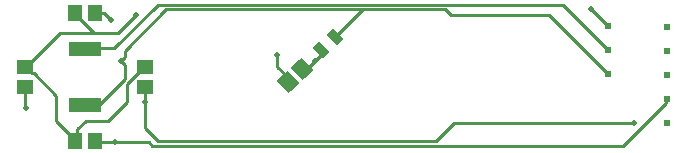
<source format=gbl>
G04*
G04 #@! TF.GenerationSoftware,Altium Limited,Altium Designer,20.1.14 (287)*
G04*
G04 Layer_Physical_Order=2*
G04 Layer_Color=16711680*
%FSLAX24Y24*%
%MOIN*%
G70*
G04*
G04 #@! TF.SameCoordinates,17311497-FE2C-4E5C-BF44-28A0539949C5*
G04*
G04*
G04 #@! TF.FilePolarity,Positive*
G04*
G01*
G75*
%ADD10C,0.0100*%
%ADD14R,0.1500X0.0100*%
%ADD21C,0.0240*%
%ADD22C,0.0200*%
G04:AMPARAMS|DCode=23|XSize=57.1mil|YSize=49.2mil|CornerRadius=0mil|HoleSize=0mil|Usage=FLASHONLY|Rotation=134.000|XOffset=0mil|YOffset=0mil|HoleType=Round|Shape=Rectangle|*
%AMROTATEDRECTD23*
4,1,4,0.0375,-0.0034,0.0021,-0.0376,-0.0375,0.0034,-0.0021,0.0376,0.0375,-0.0034,0.0*
%
%ADD23ROTATEDRECTD23*%

%ADD24R,0.0571X0.0492*%
G04:AMPARAMS|DCode=25|XSize=49.2mil|YSize=31.5mil|CornerRadius=0mil|HoleSize=0mil|Usage=FLASHONLY|Rotation=134.000|XOffset=0mil|YOffset=0mil|HoleType=Round|Shape=Rectangle|*
%AMROTATEDRECTD25*
4,1,4,0.0284,-0.0068,0.0058,-0.0286,-0.0284,0.0068,-0.0058,0.0286,0.0284,-0.0068,0.0*
%
%ADD25ROTATEDRECTD25*%

%ADD26R,0.1063X0.0492*%
%ADD27R,0.0492X0.0571*%
D10*
X3500Y-2350D02*
X10500D01*
X3500Y-2200D02*
X10500D01*
X2250Y-2350D02*
X3500D01*
X2449Y-2200D02*
X3500D01*
X10500D02*
X11700D01*
X10300Y2350D02*
X15931D01*
X3500D02*
X10300D01*
X2425D02*
X3500D01*
X8327Y1269D02*
X9258Y2200D01*
X10300D01*
X12013D01*
X15931Y2350D02*
X17449Y832D01*
X975Y900D02*
X2425Y2350D01*
X3500Y2200D02*
X9258D01*
X2700D02*
X3500D01*
X6418Y282D02*
Y650D01*
X6766Y-226D02*
Y-66D01*
X6418Y282D02*
X6766Y-66D01*
X-1899Y213D02*
Y275D01*
X16881Y2200D02*
X17449Y1632D01*
X11700Y-2200D02*
X12300Y-1600D01*
X18296D01*
X10500Y-2350D02*
X17950Y-2350D01*
X19373Y-827D02*
X19400Y-800D01*
X19373Y-927D02*
Y-827D01*
X17950Y-2350D02*
X19373Y-927D01*
X1322Y822D02*
X2700Y2200D01*
X8327Y1269D02*
X8327D01*
X12013Y2200D02*
X12213Y2000D01*
X1322Y598D02*
Y822D01*
X12213Y2000D02*
X15481D01*
X17449Y32D01*
X6402Y666D02*
X6418Y650D01*
X7668Y476D02*
X7888Y696D01*
X7417Y226D02*
X7668Y476D01*
X7234Y226D02*
X7417D01*
X7888Y696D02*
X7942D01*
X1019Y-2229D02*
X2129D01*
X2250Y-2350D01*
X25Y900D02*
X975D01*
X2000Y-1751D02*
X2449Y-2200D01*
X989Y-2229D02*
X1004Y-2214D01*
X1019Y-2229D01*
X374D02*
X989D01*
X325Y-2180D02*
X374Y-2229D01*
X2000Y-1751D02*
Y-900D01*
X18296Y-1600D02*
X18298Y-1598D01*
X1293Y384D02*
X1322Y355D01*
X1200Y476D02*
X1322Y598D01*
X0Y-975D02*
X477D01*
X1322Y-130D02*
Y355D01*
X477Y-975D02*
X1322Y-130D01*
X1200Y476D02*
X1293Y384D01*
X-2000Y-1002D02*
X-1950Y-1052D01*
X-2000Y-1002D02*
Y-375D01*
X-1950Y-1079D02*
Y-1052D01*
X1091Y1400D02*
X1691Y2000D01*
X316Y1400D02*
X1091D01*
X1691Y2000D02*
X1691D01*
X640Y2080D02*
X871Y1849D01*
X325Y2080D02*
X640D01*
X-835Y1400D02*
X316D01*
X-325Y2041D02*
Y2080D01*
Y2041D02*
X316Y1400D01*
X-1921Y314D02*
X-835Y1400D01*
X-325Y-2180D02*
Y-2141D01*
X-950Y-1516D02*
Y-675D01*
Y-1516D02*
X-325Y-2141D01*
X28Y-1516D02*
X767D01*
X-325Y-2180D02*
X-259Y-2115D01*
Y-1803D01*
X28Y-1516D01*
X767D02*
X1400Y-882D01*
Y-286D02*
X1961Y275D01*
X1400Y-882D02*
Y-286D01*
X1961Y275D02*
X2000D01*
X-1703Y79D02*
X-950Y-675D01*
X-1899Y213D02*
X-1765Y79D01*
X-1703D01*
X2000Y-900D02*
Y-375D01*
X0Y875D02*
X25Y900D01*
D14*
X3500Y-2200D02*
D03*
Y-2350D02*
D03*
X10500D02*
D03*
Y-2200D02*
D03*
X3500Y2350D02*
D03*
X10300D02*
D03*
X3500Y2200D02*
D03*
X10300D02*
D03*
D21*
X19400Y-1600D02*
D03*
X17449Y32D02*
D03*
X19400Y0D02*
D03*
X17449Y832D02*
D03*
Y1632D02*
D03*
X19400Y1600D02*
D03*
Y800D02*
D03*
Y-800D02*
D03*
D22*
X1691Y2000D02*
D03*
X16881Y2200D02*
D03*
X7668Y476D02*
D03*
X18298Y-1598D02*
D03*
X6402Y666D02*
D03*
X-1950Y-1079D02*
D03*
X1200Y476D02*
D03*
X871Y1849D02*
D03*
X2000Y-900D02*
D03*
X1004Y-2214D02*
D03*
D23*
X7234Y226D02*
D03*
X6766Y-226D02*
D03*
D24*
X2000Y-375D02*
D03*
Y275D02*
D03*
X-2000Y-375D02*
D03*
Y275D02*
D03*
D25*
X7873Y831D02*
D03*
X8327Y1269D02*
D03*
D26*
X0Y875D02*
D03*
Y-975D02*
D03*
D27*
X325Y2080D02*
D03*
X-325D02*
D03*
X325Y-2180D02*
D03*
X-325D02*
D03*
M02*

</source>
